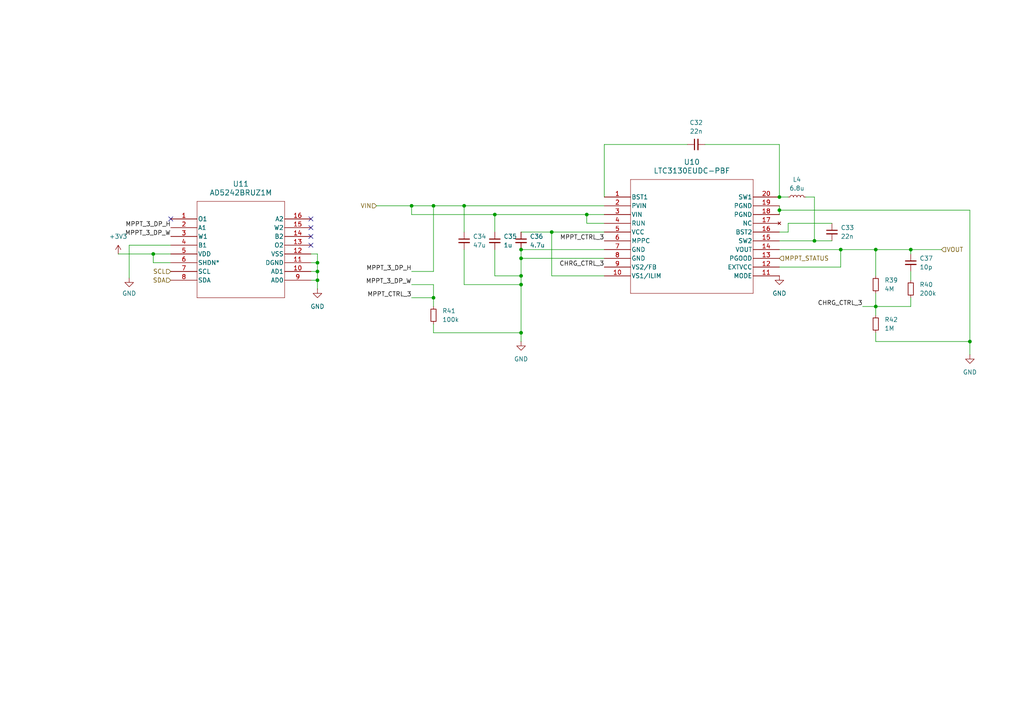
<source format=kicad_sch>
(kicad_sch (version 20231120) (generator "eeschema") (generator_version "8.0")
  (paper "A4")
  (lib_symbols
    (symbol "Device:C_Small" (pin_numbers hide) (pin_names (offset 0.254) hide)
      (property "Reference" "C" (at 0.254 1.778 0))
      (property "Value" "C_Small" (at 0.254 -2.032 0))
      (symbol "C_Small_0_1"
        (polyline (pts (xy -1.524 -0.508) (xy 1.524 -0.508)) (stroke (width 0.3302)))
        (polyline (pts (xy -1.524 0.508) (xy 1.524 0.508)) (stroke (width 0.3048)))
      )
      (symbol "C_Small_1_1"
        (pin passive line (at 0 2.54 270) (length 2.032) (name "~") (number "1"))
        (pin passive line (at 0 -2.54 90) (length 2.032) (name "~") (number "2"))
      )
    )
    (symbol "Device:L_Small" (pin_numbers hide) (pin_names (offset 0.254) hide)
      (property "Reference" "L" (at 0.762 1.016 0))
      (property "Value" "L_Small" (at 0.762 -1.016 0))
      (symbol "L_Small_0_1"
        (arc (start 0 -2.032) (mid 0.5058 -1.524) (end 0 -1.016))
        (arc (start 0 -1.016) (mid 0.5058 -0.508) (end 0 0))
        (arc (start 0 0) (mid 0.5058 0.508) (end 0 1.016))
        (arc (start 0 1.016) (mid 0.5058 1.524) (end 0 2.032))
      )
      (symbol "L_Small_1_1"
        (pin passive line (at 0 2.54 270) (length 0.508) (name "~") (number "1"))
        (pin passive line (at 0 -2.54 90) (length 0.508) (name "~") (number "2"))
      )
    )
    (symbol "Device:R_Small" (pin_numbers hide) (pin_names (offset 0.254) hide)
      (property "Reference" "R" (at 0.762 0.508 0))
      (property "Value" "R_Small" (at 0.762 -1.016 0))
      (symbol "R_Small_0_1"
        (rectangle (start -0.762 1.778) (end 0.762 -1.778) (stroke (width 0.2032)))
      )
      (symbol "R_Small_1_1"
        (pin passive line (at 0 2.54 270) (length 0.762) (name "~") (number "1"))
        (pin passive line (at 0 -2.54 90) (length 0.762) (name "~") (number "2"))
      )
    )
    (symbol "LTC3130:LTC3130EUDC-PBF" (pin_names (offset 0.254))
      (property "Reference" "U" (at 25.4 10.16 0))
      (property "Value" "LTC3130EUDC-PBF" (at 25.4 7.62 0))
      (symbol "LTC3130EUDC-PBF_0_1"
        (polyline (pts (xy 7.62 -27.94) (xy 43.18 -27.94)) (stroke (width 0.127)))
        (polyline (pts (xy 7.62 5.08) (xy 7.62 -27.94)) (stroke (width 0.127)))
        (polyline (pts (xy 43.18 -27.94) (xy 43.18 5.08)) (stroke (width 0.127)))
        (polyline (pts (xy 43.18 5.08) (xy 7.62 5.08)) (stroke (width 0.127)))
        (pin unspecified line (at 0 0 0) (length 7.62) (name "BST1") (number "1"))
        (pin bidirectional line (at 0 -22.86 0) (length 7.62) (name "VS1/ILIM") (number "10"))
        (pin unspecified line (at 50.8 -22.86 180) (length 7.62) (name "MODE") (number "11"))
        (pin input line (at 50.8 -20.32 180) (length 7.62) (name "EXTVCC") (number "12"))
        (pin output line (at 50.8 -17.78 180) (length 7.62) (name "PGOOD") (number "13"))
        (pin output line (at 50.8 -15.24 180) (length 7.62) (name "VOUT") (number "14"))
        (pin unspecified line (at 50.8 -12.7 180) (length 7.62) (name "SW2") (number "15"))
        (pin unspecified line (at 50.8 -10.16 180) (length 7.62) (name "BST2") (number "16"))
        (pin no_connect line (at 50.8 -7.62 180) (length 7.62) (name "NC") (number "17"))
        (pin power_out line (at 50.8 -5.08 180) (length 7.62) (name "PGND") (number "18"))
        (pin power_out line (at 50.8 -2.54 180) (length 7.62) (name "PGND") (number "19"))
        (pin input line (at 0 -2.54 0) (length 7.62) (name "PVIN") (number "2"))
        (pin unspecified line (at 50.8 0 180) (length 7.62) (name "SW1") (number "20"))
        (pin input line (at 0 -5.08 0) (length 7.62) (name "VIN") (number "3"))
        (pin input line (at 0 -7.62 0) (length 7.62) (name "RUN") (number "4"))
        (pin power_in line (at 0 -10.16 0) (length 7.62) (name "VCC") (number "5"))
        (pin unspecified line (at 0 -12.7 0) (length 7.62) (name "MPPC") (number "6"))
        (pin power_out line (at 0 -15.24 0) (length 7.62) (name "GND") (number "7"))
        (pin power_out line (at 0 -17.78 0) (length 7.62) (name "GND") (number "8"))
        (pin bidirectional line (at 0 -20.32 0) (length 7.62) (name "VS2/FB") (number "9"))
      )
    )
    (symbol "TVSC:AD5242BRUZ1M" (pin_names (offset 0.254))
      (property "Reference" "U" (at 20.32 10.16 0))
      (property "Value" "AD5242BRUZ1M" (at 20.32 7.62 0))
      (symbol "AD5242BRUZ1M_0_1"
        (polyline (pts (xy 7.62 -22.86) (xy 33.02 -22.86)) (stroke (width 0.127)))
        (polyline (pts (xy 7.62 5.08) (xy 7.62 -22.86)) (stroke (width 0.127)))
        (polyline (pts (xy 33.02 -22.86) (xy 33.02 5.08)) (stroke (width 0.127)))
        (polyline (pts (xy 33.02 5.08) (xy 7.62 5.08)) (stroke (width 0.127)))
        (pin unspecified line (at 0 0 0) (length 7.62) (name "O1") (number "1"))
        (pin unspecified line (at 40.64 -15.24 180) (length 7.62) (name "AD1") (number "10"))
        (pin unspecified line (at 40.64 -12.7 180) (length 7.62) (name "DGND") (number "11"))
        (pin power_in line (at 40.64 -10.16 180) (length 7.62) (name "VSS") (number "12"))
        (pin unspecified line (at 40.64 -7.62 180) (length 7.62) (name "O2") (number "13"))
        (pin unspecified line (at 40.64 -5.08 180) (length 7.62) (name "B2") (number "14"))
        (pin unspecified line (at 40.64 -2.54 180) (length 7.62) (name "W2") (number "15"))
        (pin unspecified line (at 40.64 0 180) (length 7.62) (name "A2") (number "16"))
        (pin unspecified line (at 0 -2.54 0) (length 7.62) (name "A1") (number "2"))
        (pin unspecified line (at 0 -5.08 0) (length 7.62) (name "W1") (number "3"))
        (pin unspecified line (at 0 -7.62 0) (length 7.62) (name "B1") (number "4"))
        (pin power_in line (at 0 -10.16 0) (length 7.62) (name "VDD") (number "5"))
        (pin unspecified line (at 0 -12.7 0) (length 7.62) (name "SHDN*") (number "6"))
        (pin unspecified line (at 0 -15.24 0) (length 7.62) (name "SCL") (number "7"))
        (pin unspecified line (at 0 -17.78 0) (length 7.62) (name "SDA") (number "8"))
        (pin unspecified line (at 40.64 -17.78 180) (length 7.62) (name "AD0") (number "9"))
      )
    )
    (symbol "power:+3V3" (power) (pin_numbers hide) (pin_names (offset 0) hide)
      (property "Value" "+3V3" (at 0 3.556 0))
      (symbol "+3V3_0_1"
        (polyline (pts (xy -0.762 1.27) (xy 0 2.54)))
        (polyline (pts (xy 0 0) (xy 0 2.54)))
        (polyline (pts (xy 0 2.54) (xy 0.762 1.27)))
      )
      (symbol "+3V3_1_1"
        (pin power_in line (at 0 0 90) (length 0) (name "~") (number "1"))
      )
    )
    (symbol "power:GND" (power) (pin_numbers hide) (pin_names (offset 0) hide)
      (property "Value" "GND" (at 0 -3.81 0))
      (symbol "GND_0_1"
        (polyline (pts (xy 0 0) (xy 0 -1.27) (xy 1.27 -1.27) (xy 0 -2.54) (xy -1.27 -1.27) (xy 0 -1.27)))
      )
      (symbol "GND_1_1"
        (pin power_in line (at 0 0 270) (length 0) (name "~") (number "1"))
      )
    )
  )
  (junction (at 134.62 59.69))
  (junction (at 92.075 76.2))
  (junction (at 119.38 59.69))
  (junction (at 236.22 69.85))
  (junction (at 92.075 78.74))
  (junction (at 226.06 57.15))
  (junction (at 151.13 82.55))
  (junction (at 281.305 99.06))
  (junction (at 243.84 72.39))
  (junction (at 170.18 62.23))
  (junction (at 151.13 74.93))
  (junction (at 125.73 59.69))
  (junction (at 44.45 73.66))
  (junction (at 151.13 96.52))
  (junction (at 125.73 86.36))
  (junction (at 143.51 62.23))
  (junction (at 264.16 72.39))
  (junction (at 254 72.39))
  (junction (at 151.13 72.39))
  (junction (at 226.06 60.96))
  (junction (at 92.075 81.28))
  (junction (at 160.02 67.31))
  (junction (at 254 88.9))
  (junction (at 151.13 80.01))
  (no_connect (at 90.17 68.58))
  (no_connect (at 90.17 71.12))
  (no_connect (at 49.53 63.5))
  (no_connect (at 90.17 63.5))
  (no_connect (at 90.17 66.04))
  (wire (pts (xy 134.62 59.69) (xy 175.26 59.69)))
  (wire (pts (xy 90.17 78.74) (xy 92.075 78.74)))
  (wire (pts (xy 151.13 80.01) (xy 151.13 74.93)))
  (wire (pts (xy 243.84 72.39) (xy 226.06 72.39)))
  (wire (pts (xy 90.17 76.2) (xy 92.075 76.2)))
  (wire (pts (xy 264.16 88.9) (xy 264.16 86.36)))
  (wire (pts (xy 254 72.39) (xy 254 80.01)))
  (wire (pts (xy 134.62 72.39) (xy 134.62 82.55)))
  (wire (pts (xy 254 96.52) (xy 254 99.06)))
  (wire (pts (xy 243.84 77.47) (xy 243.84 72.39)))
  (wire (pts (xy 254 88.9) (xy 254 91.44)))
  (wire (pts (xy 125.73 82.55) (xy 125.73 86.36)))
  (wire (pts (xy 250.19 88.9) (xy 254 88.9)))
  (wire (pts (xy 160.02 80.01) (xy 160.02 67.31)))
  (wire (pts (xy 228.6 57.15) (xy 226.06 57.15)))
  (wire (pts (xy 264.16 78.74) (xy 264.16 81.28)))
  (wire (pts (xy 143.51 67.31) (xy 143.51 62.23)))
  (wire (pts (xy 143.51 80.01) (xy 151.13 80.01)))
  (wire (pts (xy 92.075 73.66) (xy 92.075 76.2)))
  (wire (pts (xy 37.465 80.645) (xy 37.465 71.12)))
  (wire (pts (xy 90.17 81.28) (xy 92.075 81.28)))
  (wire (pts (xy 92.075 81.28) (xy 92.075 83.82)))
  (wire (pts (xy 254 85.09) (xy 254 88.9)))
  (wire (pts (xy 151.13 74.93) (xy 175.26 74.93)))
  (wire (pts (xy 34.29 73.66) (xy 44.45 73.66)))
  (wire (pts (xy 134.62 82.55) (xy 151.13 82.55)))
  (wire (pts (xy 264.16 73.66) (xy 264.16 72.39)))
  (wire (pts (xy 199.39 41.91) (xy 175.26 41.91)))
  (wire (pts (xy 170.18 64.77) (xy 170.18 62.23)))
  (wire (pts (xy 241.3 64.77) (xy 228.6 64.77)))
  (wire (pts (xy 109.22 59.69) (xy 119.38 59.69)))
  (wire (pts (xy 254 88.9) (xy 264.16 88.9)))
  (wire (pts (xy 37.465 71.12) (xy 49.53 71.12)))
  (wire (pts (xy 151.13 67.31) (xy 160.02 67.31)))
  (wire (pts (xy 119.38 78.74) (xy 125.73 78.74)))
  (wire (pts (xy 151.13 82.55) (xy 151.13 80.01)))
  (wire (pts (xy 125.73 96.52) (xy 151.13 96.52)))
  (wire (pts (xy 281.305 99.06) (xy 281.305 102.87)))
  (wire (pts (xy 119.38 82.55) (xy 125.73 82.55)))
  (wire (pts (xy 49.53 76.2) (xy 44.45 76.2)))
  (wire (pts (xy 226.06 41.91) (xy 226.06 57.15)))
  (wire (pts (xy 92.075 78.74) (xy 92.075 81.28)))
  (wire (pts (xy 254 72.39) (xy 264.16 72.39)))
  (wire (pts (xy 92.075 76.2) (xy 92.075 78.74)))
  (wire (pts (xy 44.45 76.2) (xy 44.45 73.66)))
  (wire (pts (xy 119.38 86.36) (xy 125.73 86.36)))
  (wire (pts (xy 160.02 67.31) (xy 175.26 67.31)))
  (wire (pts (xy 125.73 93.98) (xy 125.73 96.52)))
  (wire (pts (xy 204.47 41.91) (xy 226.06 41.91)))
  (wire (pts (xy 143.51 62.23) (xy 170.18 62.23)))
  (wire (pts (xy 170.18 62.23) (xy 175.26 62.23)))
  (wire (pts (xy 226.06 60.96) (xy 281.305 60.96)))
  (wire (pts (xy 119.38 59.69) (xy 125.73 59.69)))
  (wire (pts (xy 226.06 60.96) (xy 226.06 62.23)))
  (wire (pts (xy 236.22 69.85) (xy 236.22 57.15)))
  (wire (pts (xy 143.51 72.39) (xy 143.51 80.01)))
  (wire (pts (xy 151.13 96.52) (xy 151.13 99.06)))
  (wire (pts (xy 125.73 86.36) (xy 125.73 88.9)))
  (wire (pts (xy 125.73 59.69) (xy 134.62 59.69)))
  (wire (pts (xy 90.17 73.66) (xy 92.075 73.66)))
  (wire (pts (xy 175.26 64.77) (xy 170.18 64.77)))
  (wire (pts (xy 281.305 60.96) (xy 281.305 99.06)))
  (wire (pts (xy 151.13 72.39) (xy 175.26 72.39)))
  (wire (pts (xy 243.84 72.39) (xy 254 72.39)))
  (wire (pts (xy 151.13 82.55) (xy 151.13 96.52)))
  (wire (pts (xy 241.3 69.85) (xy 236.22 69.85)))
  (wire (pts (xy 226.06 59.69) (xy 226.06 60.96)))
  (wire (pts (xy 254 99.06) (xy 281.305 99.06)))
  (wire (pts (xy 175.26 80.01) (xy 160.02 80.01)))
  (wire (pts (xy 264.16 72.39) (xy 273.05 72.39)))
  (wire (pts (xy 44.45 73.66) (xy 49.53 73.66)))
  (wire (pts (xy 226.06 69.85) (xy 236.22 69.85)))
  (wire (pts (xy 125.73 59.69) (xy 125.73 78.74)))
  (wire (pts (xy 134.62 67.31) (xy 134.62 59.69)))
  (wire (pts (xy 228.6 67.31) (xy 226.06 67.31)))
  (wire (pts (xy 228.6 64.77) (xy 228.6 67.31)))
  (wire (pts (xy 175.26 41.91) (xy 175.26 57.15)))
  (wire (pts (xy 119.38 59.69) (xy 119.38 62.23)))
  (wire (pts (xy 226.06 77.47) (xy 243.84 77.47)))
  (wire (pts (xy 236.22 57.15) (xy 233.68 57.15)))
  (wire (pts (xy 119.38 62.23) (xy 143.51 62.23)))
  (wire (pts (xy 151.13 74.93) (xy 151.13 72.39)))
  (label "MPPT_CTRL_3" (at 175.26 69.85 180))
  (label "CHRG_CTRL_3" (at 175.26 77.47 180))
  (label "MPPT_3_DP_W" (at 119.38 82.55 180))
  (label "MPPT_CTRL_3" (at 119.38 86.36 180))
  (label "CHRG_CTRL_3" (at 250.19 88.9 180))
  (label "MPPT_3_DP_H" (at 119.38 78.74 180))
  (label "MPPT_3_DP_H" (at 49.53 66.04 180))
  (label "MPPT_3_DP_W" (at 49.53 68.58 180))
  (hierarchical_label "SDA" (shape input) (at 49.53 81.28 180))
  (hierarchical_label "VIN" (shape input) (at 109.22 59.69 180))
  (hierarchical_label "VOUT" (shape input) (at 273.05 72.39 0))
  (hierarchical_label "MPPT_STATUS" (shape input) (at 226.06 74.93 0))
  (hierarchical_label "SCL" (shape input) (at 49.53 78.74 180))
  (symbol (lib_id "power:GND") (at 92.075 83.82 0) (unit 1)
    (property "Reference" "#PWR068" (effects (hide yes)))
    (property "Value" "GND" (at 92.075 88.9 0))
    (property "Description" "Power symbol creates a global label with name \"GND\" , ground" (effects (hide yes)))
  )
  (symbol (lib_id "Device:C_Small") (at 134.62 69.85 0) (unit 1)
    (property "Reference" "C34" (at 137.16 68.5862 0) (effects (justify left)))
    (property "Value" "47u" (at 137.16 71.1262 0) (effects (justify left)))
    (property "Description" "Unpolarized capacitor, small symbol" (effects (hide yes)))
  )
  (symbol (lib_id "LTC3130:LTC3130EUDC-PBF") (at 175.26 57.15 0) (unit 1)
    (property "Reference" "U10" (at 200.66 46.99 0) (effects (font (size 1.524 1.524))))
    (property "Value" "LTC3130EUDC-PBF" (at 200.66 49.53 0) (effects (font (size 1.524 1.524))))
    (property "Footprint" "UDC_20_ADI" (effects (hide yes)))
    (property "Datasheet" "LTC3130EUDC-PBF" (effects (hide yes)))
  )
  (symbol (lib_id "Device:C_Small") (at 143.51 69.85 0) (unit 1)
    (property "Reference" "C35" (at 146.05 68.5862 0) (effects (justify left)))
    (property "Value" "1u" (at 146.05 71.1262 0) (effects (justify left)))
    (property "Description" "Unpolarized capacitor, small symbol" (effects (hide yes)))
  )
  (symbol (lib_id "Device:R_Small") (at 264.16 83.82 0) (unit 1)
    (property "Reference" "R40" (at 266.7 82.5499 0) (effects (justify left)))
    (property "Value" "200k" (at 266.7 85.0899 0) (effects (justify left)))
    (property "Description" "Resistor, small symbol" (effects (hide yes)))
  )
  (symbol (lib_id "Device:R_Small") (at 254 82.55 0) (unit 1)
    (property "Reference" "R39" (at 256.54 81.2799 0) (effects (justify left)))
    (property "Value" "4M" (at 256.54 83.8199 0) (effects (justify left)))
    (property "Description" "Resistor, small symbol" (effects (hide yes)))
  )
  (symbol (lib_id "Device:R_Small") (at 254 93.98 0) (unit 1)
    (property "Reference" "R42" (at 256.54 92.7099 0) (effects (justify left)))
    (property "Value" "1M" (at 256.54 95.2499 0) (effects (justify left)))
    (property "Description" "Resistor, small symbol" (effects (hide yes)))
  )
  (symbol (lib_id "TVSC:AD5242BRUZ1M") (at 49.53 63.5 0) (unit 1)
    (property "Reference" "U11" (at 69.85 53.34 0) (effects (font (size 1.524 1.524))))
    (property "Value" "AD5242BRUZ1M" (at 69.85 55.88 0) (effects (font (size 1.524 1.524))))
    (property "Footprint" "RU_16_ADI" (effects (hide yes)))
    (property "Datasheet" "https://www.analog.com/media/en/technical-documentation/data-sheets/AD5241_5242.pdf" (effects (hide yes)))
  )
  (symbol (lib_id "power:GND") (at 281.305 102.87 0) (unit 1)
    (property "Reference" "#PWR071" (effects (hide yes)))
    (property "Value" "GND" (at 281.305 107.95 0))
    (property "Description" "Power symbol creates a global label with name \"GND\" , ground" (effects (hide yes)))
  )
  (symbol (lib_id "Device:L_Small") (at 231.14 57.15 90) (unit 1)
    (property "Reference" "L4" (at 231.14 52.07 90))
    (property "Value" "6.8u" (at 231.14 54.61 90))
    (property "Description" "Inductor, small symbol" (effects (hide yes)))
  )
  (symbol (lib_id "Device:C_Small") (at 241.3 67.31 0) (unit 1)
    (property "Reference" "C33" (at 243.84 66.0462 0) (effects (justify left)))
    (property "Value" "22n" (at 243.84 68.5862 0) (effects (justify left)))
    (property "Description" "Unpolarized capacitor, small symbol" (effects (hide yes)))
  )
  (symbol (lib_id "power:GND") (at 151.13 99.06 0) (unit 1)
    (property "Reference" "#PWR070" (effects (hide yes)))
    (property "Value" "GND" (at 151.13 104.14 0))
    (property "Description" "Power symbol creates a global label with name \"GND\" , ground" (effects (hide yes)))
  )
  (symbol (lib_id "Device:C_Small") (at 264.16 76.2 0) (unit 1)
    (property "Reference" "C37" (at 266.7 74.9362 0) (effects (justify left)))
    (property "Value" "10p" (at 266.7 77.4762 0) (effects (justify left)))
    (property "Description" "Unpolarized capacitor, small symbol" (effects (hide yes)))
  )
  (symbol (lib_id "power:GND") (at 37.465 80.645 0) (unit 1)
    (property "Reference" "#PWR067" (effects (hide yes)))
    (property "Value" "GND" (at 37.465 85.09 0))
    (property "Description" "Power symbol creates a global label with name \"GND\" , ground" (effects (hide yes)))
  )
  (symbol (lib_id "Device:R_Small") (at 125.73 91.44 0) (unit 1)
    (property "Reference" "R41" (at 128.27 90.1699 0) (effects (justify left)))
    (property "Value" "100k" (at 128.27 92.7099 0) (effects (justify left)))
    (property "Description" "Resistor, small symbol" (effects (hide yes)))
  )
  (symbol (lib_id "power:GND") (at 226.06 80.01 0) (unit 1)
    (property "Reference" "#PWR069" (effects (hide yes)))
    (property "Value" "GND" (at 226.06 85.09 0))
    (property "Description" "Power symbol creates a global label with name \"GND\" , ground" (effects (hide yes)))
  )
  (symbol (lib_id "Device:C_Small") (at 151.13 69.85 0) (unit 1)
    (property "Reference" "C36" (at 153.67 68.5862 0) (effects (justify left)))
    (property "Value" "4.7u" (at 153.67 71.1262 0) (effects (justify left)))
    (property "Description" "Unpolarized capacitor, small symbol" (effects (hide yes)))
  )
  (symbol (lib_id "Device:C_Small") (at 201.93 41.91 90) (unit 1)
    (property "Reference" "C32" (at 201.9363 35.56 90))
    (property "Value" "22n" (at 201.9363 38.1 90))
    (property "Description" "Unpolarized capacitor, small symbol" (effects (hide yes)))
  )
  (symbol (lib_id "power:+3V3") (at 34.29 73.66 0) (unit 1)
    (property "Reference" "#PWR066" (effects (hide yes)))
    (property "Value" "+3V3" (at 34.29 68.58 0))
    (property "Description" "Power symbol creates a global label with name \"+3V3\"" (effects (hide yes)))
  )
)
</source>
